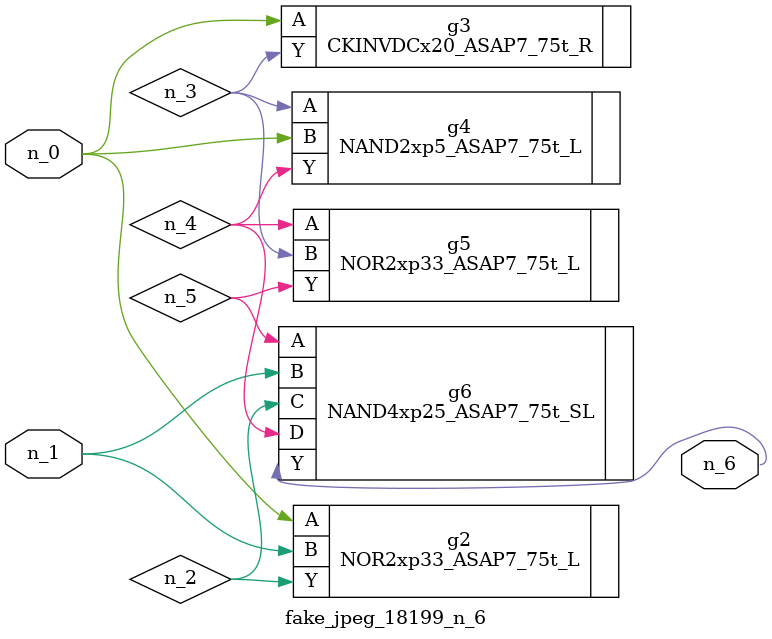
<source format=v>
module fake_jpeg_18199_n_6 (n_0, n_1, n_6);

input n_0;
input n_1;

output n_6;

wire n_3;
wire n_2;
wire n_4;
wire n_5;

NOR2xp33_ASAP7_75t_L g2 ( 
.A(n_0),
.B(n_1),
.Y(n_2)
);

CKINVDCx20_ASAP7_75t_R g3 ( 
.A(n_0),
.Y(n_3)
);

NAND2xp5_ASAP7_75t_L g4 ( 
.A(n_3),
.B(n_0),
.Y(n_4)
);

NOR2xp33_ASAP7_75t_L g5 ( 
.A(n_4),
.B(n_3),
.Y(n_5)
);

NAND4xp25_ASAP7_75t_SL g6 ( 
.A(n_5),
.B(n_1),
.C(n_2),
.D(n_4),
.Y(n_6)
);


endmodule
</source>
